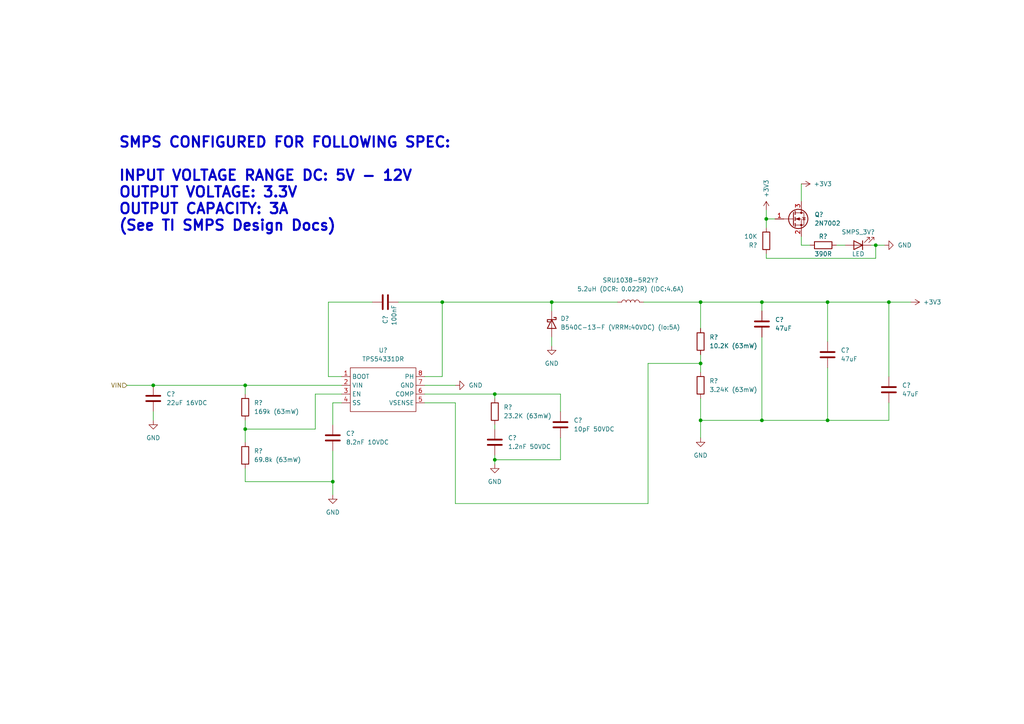
<source format=kicad_sch>
(kicad_sch (version 20211123) (generator eeschema)
  (paper "A4")
  (lib_symbols
    (symbol "Device:C" (pin_numbers hide) (pin_names (offset 0.254))
      (property "Reference" "C" (at 0.635 2.54 0))
      (property "Value" "C" (at 0.635 -2.54 0))
      (symbol "C_0_1"
        (polyline (pts (xy -2.032 -0.762) (xy 2.032 -0.762)) (stroke (width 0.508)))
        (polyline (pts (xy -2.032 0.762) (xy 2.032 0.762)) (stroke (width 0.508)))
      )
      (symbol "C_1_1"
        (pin passive line (at 0 3.81 270) (length 2.794) (name "~") (number "1"))
        (pin passive line (at 0 -3.81 90) (length 2.794) (name "~") (number "2"))
      )
    )
    (symbol "Device:L" (pin_numbers hide) (pin_names (offset 1.016) hide)
      (property "Reference" "L" (at -1.27 0 90))
      (property "Value" "L" (at 1.905 0 90))
      (symbol "L_0_1"
        (arc (start 0 -2.54) (mid 0.635 -1.905) (end 0 -1.27))
        (arc (start 0 -1.27) (mid 0.635 -0.635) (end 0 0))
        (arc (start 0 0) (mid 0.635 0.635) (end 0 1.27))
        (arc (start 0 1.27) (mid 0.635 1.905) (end 0 2.54))
      )
      (symbol "L_1_1"
        (pin passive line (at 0 3.81 270) (length 1.27) (name "1") (number "1"))
        (pin passive line (at 0 -3.81 90) (length 1.27) (name "2") (number "2"))
      )
    )
    (symbol "Device:LED" (pin_numbers hide) (pin_names (offset 1.016) hide)
      (property "Reference" "D" (at 0 2.54 0))
      (property "Value" "LED" (at 0 -2.54 0))
      (symbol "LED_0_1"
        (polyline (pts (xy -1.27 -1.27) (xy -1.27 1.27)) (stroke (width 0.254)))
        (polyline (pts (xy -1.27 0) (xy 1.27 0)))
        (polyline (pts (xy 1.27 -1.27) (xy 1.27 1.27) (xy -1.27 0) (xy 1.27 -1.27)) (stroke (width 0.254)))
        (polyline (pts (xy -3.048 -0.762) (xy -4.572 -2.286) (xy -3.81 -2.286) (xy -4.572 -2.286) (xy -4.572 -1.524)))
        (polyline (pts (xy -1.778 -0.762) (xy -3.302 -2.286) (xy -2.54 -2.286) (xy -3.302 -2.286) (xy -3.302 -1.524)))
      )
      (symbol "LED_1_1"
        (pin passive line (at -3.81 0 0) (length 2.54) (name "K") (number "1"))
        (pin passive line (at 3.81 0 180) (length 2.54) (name "A") (number "2"))
      )
    )
    (symbol "Device:R" (pin_numbers hide) (pin_names (offset 0))
      (property "Reference" "R" (at 2.032 0 90))
      (property "Value" "R" (at 0 0 90))
      (symbol "R_0_1"
        (rectangle (start -1.016 -2.54) (end 1.016 2.54) (stroke (width 0.254)))
      )
      (symbol "R_1_1"
        (pin passive line (at 0 3.81 270) (length 1.27) (name "~") (number "1"))
        (pin passive line (at 0 -3.81 90) (length 1.27) (name "~") (number "2"))
      )
    )
    (symbol "Diode:B340" (pin_numbers hide) (pin_names (offset 1.016) hide)
      (property "Reference" "D" (at 0 2.54 0))
      (property "Value" "B340" (at 0 -2.54 0))
      (symbol "B340_0_1"
        (polyline (pts (xy 1.27 0) (xy -1.27 0)))
        (polyline (pts (xy 1.27 1.27) (xy 1.27 -1.27) (xy -1.27 0) (xy 1.27 1.27)) (stroke (width 0.254)))
        (polyline (pts (xy -1.905 0.635) (xy -1.905 1.27) (xy -1.27 1.27) (xy -1.27 -1.27) (xy -0.635 -1.27) (xy -0.635 -0.635)) (stroke (width 0.254)))
      )
      (symbol "B340_1_1"
        (pin passive line (at -3.81 0 0) (length 2.54) (name "K") (number "1"))
        (pin passive line (at 3.81 0 180) (length 2.54) (name "A") (number "2"))
      )
    )
    (symbol "Transistor_FET:2N7002" (pin_names hide)
      (property "Reference" "Q" (at 5.08 1.905 0))
      (property "Value" "2N7002" (at 5.08 0 0))
      (symbol "2N7002_0_1"
        (polyline (pts (xy 0.254 0) (xy -2.54 0)))
        (polyline (pts (xy 0.254 1.905) (xy 0.254 -1.905)) (stroke (width 0.254)))
        (polyline (pts (xy 0.762 -1.27) (xy 0.762 -2.286)) (stroke (width 0.254)))
        (polyline (pts (xy 0.762 0.508) (xy 0.762 -0.508)) (stroke (width 0.254)))
        (polyline (pts (xy 0.762 2.286) (xy 0.762 1.27)) (stroke (width 0.254)))
        (polyline (pts (xy 2.54 2.54) (xy 2.54 1.778)))
        (polyline (pts (xy 2.54 -2.54) (xy 2.54 0) (xy 0.762 0)))
        (polyline (pts (xy 0.762 -1.778) (xy 3.302 -1.778) (xy 3.302 1.778) (xy 0.762 1.778)))
        (polyline (pts (xy 1.016 0) (xy 2.032 0.381) (xy 2.032 -0.381) (xy 1.016 0)) (fill (type outline)))
        (polyline (pts (xy 2.794 0.508) (xy 2.921 0.381) (xy 3.683 0.381) (xy 3.81 0.254)))
        (polyline (pts (xy 3.302 0.381) (xy 2.921 -0.254) (xy 3.683 -0.254) (xy 3.302 0.381)))
        (circle (center 1.651 0) (radius 2.794) (stroke (width 0.254)))
        (circle (center 2.54 -1.778) (radius 0.254) (fill (type outline)))
        (circle (center 2.54 1.778) (radius 0.254) (fill (type outline)))
      )
      (symbol "2N7002_1_1"
        (pin input line (at -5.08 0 0) (length 2.54) (name "G") (number "1"))
        (pin passive line (at 2.54 -5.08 90) (length 2.54) (name "S") (number "2"))
        (pin passive line (at 2.54 5.08 270) (length 2.54) (name "D") (number "3"))
      )
    )
    (symbol "User_Global_Symbols:TPS54331DR"
      (property "Reference" "U" (at 2.54 13.97 0))
      (property "Value" "TPS54331DR" (at 11.43 13.97 0))
      (symbol "TPS54331DR_0_1"
        (rectangle (start 0 12.7) (end 19.05 0))
      )
      (symbol "TPS54331DR_1_1"
        (pin output line (at -2.54 10.16 0) (length 2.54) (name "BOOT") (number "1"))
        (pin power_in line (at -2.54 7.62 0) (length 2.54) (name "VIN") (number "2"))
        (pin input line (at -2.54 5.08 0) (length 2.54) (name "EN") (number "3"))
        (pin input line (at -2.54 2.54 0) (length 2.54) (name "SS") (number "4"))
        (pin input line (at 21.59 2.54 180) (length 2.54) (name "VSENSE") (number "5"))
        (pin output line (at 21.59 5.08 180) (length 2.54) (name "COMP") (number "6"))
        (pin power_in line (at 21.59 7.62 180) (length 2.54) (name "GND") (number "7"))
        (pin output line (at 21.59 10.16 180) (length 2.54) (name "PH") (number "8"))
      )
    )
    (symbol "power:+3.3V" (power) (pin_names (offset 0))
      (property "Value" "+3.3V" (at 0 3.556 0))
      (symbol "+3.3V_0_1"
        (polyline (pts (xy -0.762 1.27) (xy 0 2.54)))
        (polyline (pts (xy 0 0) (xy 0 2.54)))
        (polyline (pts (xy 0 2.54) (xy 0.762 1.27)))
      )
      (symbol "+3.3V_1_1"
        (pin power_in line (at 0 0 90) (length 0) hide (name "+3V3") (number "1"))
      )
    )
    (symbol "power:GND" (power) (pin_names (offset 0))
      (property "Value" "GND" (at 0 -3.81 0))
      (symbol "GND_0_1"
        (polyline (pts (xy 0 0) (xy 0 -1.27) (xy 1.27 -1.27) (xy 0 -2.54) (xy -1.27 -1.27) (xy 0 -1.27)))
      )
      (symbol "GND_1_1"
        (pin power_in line (at 0 0 270) (length 0) hide (name "GND") (number "1"))
      )
    )
  )
  (junction (at 222.25 63.5))
  (junction (at 240.03 87.63))
  (junction (at 203.2 105.41))
  (junction (at 220.98 87.63))
  (junction (at 71.12 124.46))
  (junction (at 220.98 121.92))
  (junction (at 44.45 111.76))
  (junction (at 143.51 133.35))
  (junction (at 160.02 87.63))
  (junction (at 96.52 139.7))
  (junction (at 143.51 114.3))
  (junction (at 71.12 111.76))
  (junction (at 240.03 121.92))
  (junction (at 203.2 121.92))
  (junction (at 257.81 87.63))
  (junction (at 254 71.12))
  (junction (at 128.27 87.63))
  (junction (at 203.2 87.63))
  (wire (pts (xy 96.52 123.19) (xy 96.52 116.84)))
  (wire (pts (xy 71.12 124.46) (xy 71.12 128.27)))
  (wire (pts (xy 222.25 60.96) (xy 222.25 63.5)))
  (wire (pts (xy 128.27 87.63) (xy 128.27 109.22)))
  (wire (pts (xy 222.25 63.5) (xy 224.79 63.5)))
  (wire (pts (xy 162.56 114.3) (xy 162.56 119.38)))
  (wire (pts (xy 203.2 121.92) (xy 203.2 127)))
  (wire (pts (xy 132.08 146.05) (xy 187.96 146.05)))
  (wire (pts (xy 222.25 74.93) (xy 254 74.93)))
  (wire (pts (xy 123.19 114.3) (xy 143.51 114.3)))
  (wire (pts (xy 96.52 139.7) (xy 96.52 143.51)))
  (wire (pts (xy 240.03 121.92) (xy 257.81 121.92)))
  (wire (pts (xy 123.19 111.76) (xy 132.08 111.76)))
  (wire (pts (xy 203.2 87.63) (xy 203.2 95.25)))
  (wire (pts (xy 115.57 87.63) (xy 128.27 87.63)))
  (wire (pts (xy 143.51 123.19) (xy 143.51 124.46)))
  (wire (pts (xy 71.12 124.46) (xy 91.44 124.46)))
  (wire (pts (xy 242.57 71.12) (xy 245.11 71.12)))
  (wire (pts (xy 232.41 53.34) (xy 232.41 58.42)))
  (wire (pts (xy 222.25 73.66) (xy 222.25 74.93)))
  (wire (pts (xy 107.95 87.63) (xy 95.25 87.63)))
  (wire (pts (xy 128.27 87.63) (xy 160.02 87.63)))
  (wire (pts (xy 160.02 97.79) (xy 160.02 100.33)))
  (wire (pts (xy 143.51 114.3) (xy 143.51 115.57)))
  (wire (pts (xy 71.12 111.76) (xy 71.12 114.3)))
  (wire (pts (xy 132.08 116.84) (xy 132.08 146.05)))
  (wire (pts (xy 160.02 90.17) (xy 160.02 87.63)))
  (wire (pts (xy 71.12 121.92) (xy 71.12 124.46)))
  (wire (pts (xy 240.03 106.68) (xy 240.03 121.92)))
  (wire (pts (xy 254 71.12) (xy 256.54 71.12)))
  (wire (pts (xy 160.02 87.63) (xy 179.07 87.63)))
  (wire (pts (xy 257.81 116.84) (xy 257.81 121.92)))
  (wire (pts (xy 257.81 87.63) (xy 264.16 87.63)))
  (wire (pts (xy 240.03 87.63) (xy 240.03 99.06)))
  (wire (pts (xy 71.12 111.76) (xy 99.06 111.76)))
  (wire (pts (xy 203.2 102.87) (xy 203.2 105.41)))
  (wire (pts (xy 143.51 133.35) (xy 143.51 134.62)))
  (wire (pts (xy 254 74.93) (xy 254 71.12)))
  (wire (pts (xy 232.41 71.12) (xy 234.95 71.12)))
  (wire (pts (xy 123.19 116.84) (xy 132.08 116.84)))
  (wire (pts (xy 203.2 105.41) (xy 203.2 107.95)))
  (wire (pts (xy 36.83 111.76) (xy 44.45 111.76)))
  (wire (pts (xy 187.96 105.41) (xy 203.2 105.41)))
  (wire (pts (xy 71.12 139.7) (xy 96.52 139.7)))
  (wire (pts (xy 44.45 119.38) (xy 44.45 121.92)))
  (wire (pts (xy 143.51 132.08) (xy 143.51 133.35)))
  (wire (pts (xy 128.27 109.22) (xy 123.19 109.22)))
  (wire (pts (xy 186.69 87.63) (xy 203.2 87.63)))
  (wire (pts (xy 220.98 87.63) (xy 220.98 90.17)))
  (wire (pts (xy 44.45 111.76) (xy 71.12 111.76)))
  (wire (pts (xy 220.98 97.79) (xy 220.98 121.92)))
  (wire (pts (xy 71.12 135.89) (xy 71.12 139.7)))
  (wire (pts (xy 232.41 68.58) (xy 232.41 71.12)))
  (wire (pts (xy 96.52 116.84) (xy 99.06 116.84)))
  (wire (pts (xy 143.51 114.3) (xy 162.56 114.3)))
  (wire (pts (xy 203.2 87.63) (xy 220.98 87.63)))
  (wire (pts (xy 187.96 146.05) (xy 187.96 105.41)))
  (wire (pts (xy 220.98 121.92) (xy 240.03 121.92)))
  (wire (pts (xy 95.25 109.22) (xy 99.06 109.22)))
  (wire (pts (xy 240.03 87.63) (xy 257.81 87.63)))
  (wire (pts (xy 95.25 87.63) (xy 95.25 109.22)))
  (wire (pts (xy 96.52 130.81) (xy 96.52 139.7)))
  (wire (pts (xy 220.98 121.92) (xy 203.2 121.92)))
  (wire (pts (xy 91.44 114.3) (xy 91.44 124.46)))
  (wire (pts (xy 162.56 133.35) (xy 143.51 133.35)))
  (wire (pts (xy 203.2 115.57) (xy 203.2 121.92)))
  (wire (pts (xy 162.56 127) (xy 162.56 133.35)))
  (wire (pts (xy 99.06 114.3) (xy 91.44 114.3)))
  (wire (pts (xy 252.73 71.12) (xy 254 71.12)))
  (wire (pts (xy 220.98 87.63) (xy 240.03 87.63)))
  (wire (pts (xy 222.25 63.5) (xy 222.25 66.04)))
  (wire (pts (xy 257.81 87.63) (xy 257.81 109.22)))
  (text "SMPS CONFIGURED FOR FOLLOWING SPEC:\n" (at 34.29 43.18 0) (effects (font (size 3 3) (thickness 0.6) bold) (justify left bottom)))
  (text "INPUT VOLTAGE RANGE DC: 5V - 12V\nOUTPUT VOLTAGE: 3.3V\nOUTPUT CAPACITY: 3A\n(See TI SMPS Design Docs)" (at 34.29 67.31 0) (effects (font (size 3 3) (thickness 0.6) bold) (justify left bottom)))
  (hierarchical_label "VIN" (shape input) (at 36.83 111.76 180))
  (symbol (lib_id "Device:C") (at 96.52 127 0) (unit 1)
    (property "Reference" "C?" (at 100.33 125.7299 0) (effects (justify left)))
    (property "Value" "8.2nF 10VDC" (at 100.33 128.2699 0) (effects (justify left)))
    (property "Footprint" "Capacitor_SMD:C_0805_2012Metric" (effects hide))
    (property "LCSC" "C170117" (effects hide))
  )
  (symbol (lib_id "power:+3.3V") (at 232.41 53.34 270) (unit 1)
    (property "Reference" "#PWR?" (effects hide))
    (property "Value" "+3.3V" (at 241.3 53.34 90) (effects (justify right)))
  )
  (symbol (lib_id "Transistor_FET:2N7002") (at 229.87 63.5 0) (unit 1)
    (property "Reference" "Q?" (at 236.22 62.2299 0) (effects (justify left)))
    (property "Value" "2N7002" (at 236.22 64.7699 0) (effects (justify left)))
    (property "Footprint" "Package_TO_SOT_SMD:SOT-23" (effects hide))
    (property "Datasheet" "https://www.onsemi.com/pub/Collateral/NDS7002A-D.PDF" (effects hide))
    (property "LCSC" "C8545" (effects hide))
  )
  (symbol (lib_id "power:+3.3V") (at 264.16 87.63 270) (unit 1)
    (property "Reference" "#PWR?" (effects hide))
    (property "Value" "+3.3V" (at 273.05 87.63 90) (effects (justify right)))
  )
  (symbol (lib_id "Device:R") (at 71.12 118.11 0) (unit 1)
    (property "Reference" "R?" (at 73.66 116.8399 0) (effects (justify left)))
    (property "Value" "169k (63mW)" (at 73.66 119.3799 0) (effects (justify left)))
    (property "Footprint" "Resistor_SMD:R_0805_2012Metric" (effects hide))
  )
  (symbol (lib_id "Device:C") (at 220.98 93.98 0) (unit 1)
    (property "Reference" "C?" (at 224.79 92.7099 0) (effects (justify left)))
    (property "Value" "47uF" (at 224.79 95.2499 0) (effects (justify left)))
    (property "Footprint" "Capacitor_SMD:C_1206_3216Metric" (effects hide))
    (property "LCSC" "C96123 " (effects hide))
  )
  (symbol (lib_id "power:GND") (at 160.02 100.33 0) (unit 1)
    (property "Reference" "#PWR?" (effects hide))
    (property "Value" "GND" (at 160.02 105.41 0))
  )
  (symbol (lib_id "Diode:B340") (at 160.02 93.98 270) (unit 1)
    (property "Reference" "D?" (at 162.56 92.3924 90) (effects (justify left)))
    (property "Value" "B540C-13-F (VRRM{colon}40VDC) (Io{colon}5A)" (at 162.56 94.9324 90) (effects (justify left)))
    (property "Footprint" "Diode_SMD:D_SMC" (effects hide))
    (property "Datasheet" "http://www.jameco.com/Jameco/Products/ProdDS/1538777.pdf" (effects hide))
    (property "LCSC" "C72264" (effects hide))
  )
  (symbol (lib_id "Device:R") (at 203.2 99.06 0) (unit 1)
    (property "Reference" "R?" (at 205.74 97.7899 0) (effects (justify left)))
    (property "Value" "10.2K (63mW)" (at 205.74 100.3299 0) (effects (justify left)))
    (property "Footprint" "Resistor_SMD:R_0805_2012Metric" (effects hide))
  )
  (symbol (lib_id "power:GND") (at 44.45 121.92 0) (unit 1)
    (property "Reference" "#PWR?" (effects hide))
    (property "Value" "GND" (at 44.45 127 0))
  )
  (symbol (lib_id "Device:C") (at 257.81 113.03 0) (unit 1)
    (property "Reference" "C?" (at 261.62 111.7599 0) (effects (justify left)))
    (property "Value" "47uF" (at 261.62 114.2999 0) (effects (justify left)))
    (property "Footprint" "Capacitor_SMD:C_1206_3216Metric" (effects hide))
    (property "LCSC" "C96123 " (effects hide))
  )
  (symbol (lib_id "Device:R") (at 143.51 119.38 0) (unit 1)
    (property "Reference" "R?" (at 146.05 118.1099 0) (effects (justify left)))
    (property "Value" "23.2K (63mW)" (at 146.05 120.6499 0) (effects (justify left)))
    (property "Footprint" "Resistor_SMD:R_0805_2012Metric" (effects hide))
  )
  (symbol (lib_id "Device:R") (at 203.2 111.76 0) (unit 1)
    (property "Reference" "R?" (at 205.74 110.4899 0) (effects (justify left)))
    (property "Value" "3.24K (63mW)" (at 205.74 113.0299 0) (effects (justify left)))
    (property "Footprint" "Resistor_SMD:R_0805_2012Metric" (effects hide))
  )
  (symbol (lib_id "Device:C") (at 111.76 87.63 270) (unit 1)
    (property "Reference" "C?" (at 111.76 92.71 0))
    (property "Value" "100nF" (at 114.3 91.44 0))
    (property "Footprint" "Capacitor_SMD:C_0603_1608Metric" (effects hide))
    (property "LCSC" "C14663" (effects hide))
  )
  (symbol (lib_id "Device:LED") (at 248.92 71.12 180) (unit 1)
    (property "Reference" "SMPS_3V?" (at 248.92 67.31 0))
    (property "Value" "LED" (at 248.92 73.66 0))
    (property "Footprint" "LED_SMD:LED_0805_2012Metric" (effects hide))
  )
  (symbol (lib_id "Device:C") (at 240.03 102.87 0) (unit 1)
    (property "Reference" "C?" (at 243.84 101.5999 0) (effects (justify left)))
    (property "Value" "47uF" (at 243.84 104.1399 0) (effects (justify left)))
    (property "Footprint" "Capacitor_SMD:C_1206_3216Metric" (effects hide))
    (property "LCSC" "C96123 " (effects hide))
  )
  (symbol (lib_id "Device:R") (at 71.12 132.08 0) (unit 1)
    (property "Reference" "R?" (at 73.66 130.8099 0) (effects (justify left)))
    (property "Value" "69.8k (63mW)" (at 73.66 133.3499 0) (effects (justify left)))
    (property "Footprint" "Resistor_SMD:R_0805_2012Metric" (effects hide))
  )
  (symbol (lib_id "power:GND") (at 203.2 127 0) (unit 1)
    (property "Reference" "#PWR?" (effects hide))
    (property "Value" "GND" (at 203.2 132.08 0))
  )
  (symbol (lib_id "User_Global_Symbols:TPS54331DR") (at 101.6 119.38 0) (unit 1)
    (property "Reference" "U?" (at 111.125 101.6 0))
    (property "Value" "TPS54331DR" (at 111.125 104.14 0))
    (property "Footprint" "Package_SO:SOIC-8_3.9x4.9mm_P1.27mm" (effects hide))
    (property "LCSC" "C9865" (effects hide))
  )
  (symbol (lib_id "Device:C") (at 44.45 115.57 0) (unit 1)
    (property "Reference" "C?" (at 48.26 114.2999 0) (effects (justify left)))
    (property "Value" "22uF 16VDC" (at 48.26 116.8399 0) (effects (justify left)))
    (property "Footprint" "Capacitor_SMD:C_1206_3216Metric" (effects hide))
    (property "LCSC" "C12891" (effects hide))
  )
  (symbol (lib_id "power:GND") (at 256.54 71.12 90) (unit 1)
    (property "Reference" "#PWR?" (effects hide))
    (property "Value" "GND" (at 260.35 71.1199 90) (effects (justify right)))
  )
  (symbol (lib_id "power:+3.3V") (at 222.25 60.96 0) (unit 1)
    (property "Reference" "#PWR?" (effects hide))
    (property "Value" "+3.3V" (at 222.25 52.07 90) (effects (justify right)))
  )
  (symbol (lib_id "power:GND") (at 143.51 134.62 0) (unit 1)
    (property "Reference" "#PWR?" (effects hide))
    (property "Value" "GND" (at 143.51 139.7 0))
  )
  (symbol (lib_id "Device:R") (at 222.25 69.85 180) (unit 1)
    (property "Reference" "R?" (at 219.71 71.1201 0) (effects (justify left)))
    (property "Value" "10K" (at 219.71 68.58 0) (effects (justify left)))
    (property "Footprint" "Resistor_SMD:R_0603_1608Metric" (effects hide))
    (property "LCSC" "C25804" (effects hide))
  )
  (symbol (lib_id "Device:L") (at 182.88 87.63 90) (unit 1)
    (property "Reference" "SRU1038-5R2Y?" (at 182.88 81.28 90))
    (property "Value" "5.2uH (DCR{colon} 0.022R) (IDC{colon}4.6A)" (at 182.88 83.82 90))
    (property "Footprint" "User_Global_Library:SRU1038-5R2Y" (effects hide))
  )
  (symbol (lib_id "Device:R") (at 238.76 71.12 90) (unit 1)
    (property "Reference" "R?" (at 238.76 68.58 90))
    (property "Value" "390R" (at 238.76 73.66 90))
    (property "Footprint" "Resistor_SMD:R_0603_1608Metric" (effects hide))
    (property "LCSC" "C23151" (effects hide))
  )
  (symbol (lib_id "power:GND") (at 96.52 143.51 0) (unit 1)
    (property "Reference" "#PWR?" (effects hide))
    (property "Value" "GND" (at 96.52 148.59 0))
  )
  (symbol (lib_id "Device:C") (at 143.51 128.27 0) (unit 1)
    (property "Reference" "C?" (at 147.32 126.9999 0) (effects (justify left)))
    (property "Value" "1.2nF 50VDC" (at 147.32 129.5399 0) (effects (justify left)))
    (property "Footprint" "Capacitor_SMD:C_0805_2012Metric" (effects hide))
    (property "LCSC" "C170122" (effects hide))
  )
  (symbol (lib_id "Device:C") (at 162.56 123.19 0) (unit 1)
    (property "Reference" "C?" (at 166.37 121.9199 0) (effects (justify left)))
    (property "Value" "10pF 50VDC" (at 166.37 124.46 0) (effects (justify left)))
    (property "Footprint" "Capacitor_SMD:C_0805_2012Metric" (effects hide))
    (property "LCSC" "C1785" (effects hide))
  )
  (symbol (lib_id "power:GND") (at 132.08 111.76 90) (unit 1)
    (property "Reference" "#PWR?" (effects hide))
    (property "Value" "GND" (at 135.89 111.7599 90) (effects (justify right)))
  )
)
</source>
